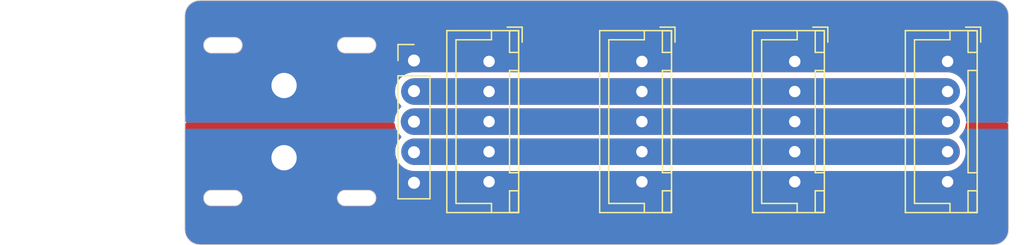
<source format=kicad_pcb>
(kicad_pcb (version 20221018) (generator pcbnew)
  (layers (0 "F.Cu" signal) (31 "B.Cu" signal) (34 "B.Paste" user) (35 "F.Paste" user) (36 "B.SilkS" user "B.Silkscreen") (37 "F.SilkS" user "F.Silkscreen") (38 "B.Mask" user) (39 "F.Mask" user) (44 "Edge.Cuts" user))
  (net 0 "")
  (net 1 "VCC")
  (net 2 "GND")
  (net 3 "/B4")
  (net 4 "/B3")
  (net 5 "/B2")
  (footprint "Connector_Wire:SolderWire-1.5sqmm_1x02_P6mm_D1.7mm_OD3mm" (layer "F.Cu") (at 99.805 120.11 -90)
    (fp_text reference "J1" hide)
    (fp_text value "Conn_01x02" hide)
    (pad "1" thru_hole roundrect (at 0 0 270) (size 3.1 3.1) (drill 2.1) (layers "*.Cu" "*.Mask") (roundrect_rratio 0.08064483871) (net 1 "VCC"))
    (pad "2" thru_hole circle (at 6 0 270) (size 3.1 3.1) (drill 2.1) (layers "*.Cu" "*.Mask") (net 2 "GND"))
  )
  (footprint "Connector_JST:JST_XH_B5B-XH-A_1x05_P2.50mm_Vertical" (layer "F.Cu") (at 116.84 118.11 -90)
    (fp_text reference "J2" hide)
    (fp_text value "Conn_01x05" hide)
    (fp_line (start -2.85 -2.75) (end -2.85 -1.5) (stroke (width 0.12)) (layer "F.SilkS"))
    (fp_line (start -2.56 -2.46) (end -2.56 3.51) (stroke (width 0.12)) (layer "F.SilkS"))
    (fp_line (start -2.56 3.51) (end 12.56 3.51) (stroke (width 0.12)) (layer "F.SilkS"))
    (fp_line (start -2.55 -2.45) (end -2.55 -1.7) (stroke (width 0.12)) (layer "F.SilkS"))
    (fp_line (start -2.55 -1.7) (end -0.75 -1.7) (stroke (width 0.12)) (layer "F.SilkS"))
    (fp_line (start -2.55 -0.2) (end -1.8 -0.2) (stroke (width 0.12)) (layer "F.SilkS"))
    (fp_line (start -1.8 -0.2) (end -1.8 2.75) (stroke (width 0.12)) (layer "F.SilkS"))
    (fp_line (start -1.8 2.75) (end 5 2.75) (stroke (width 0.12)) (layer "F.SilkS"))
    (fp_line (start -1.6 -2.75) (end -2.85 -2.75) (stroke (width 0.12)) (layer "F.SilkS"))
    (fp_line (start -0.75 -2.45) (end -2.55 -2.45) (stroke (width 0.12)) (layer "F.SilkS"))
    (fp_line (start -0.75 -1.7) (end -0.75 -2.45) (stroke (width 0.12)) (layer "F.SilkS"))
    (fp_line (start 0.75 -2.45) (end 0.75 -1.7) (stroke (width 0.12)) (layer "F.SilkS"))
    (fp_line (start 0.75 -1.7) (end 9.25 -1.7) (stroke (width 0.12)) (layer "F.SilkS"))
    (fp_line (start 9.25 -2.45) (end 0.75 -2.45) (stroke (width 0.12)) (layer "F.SilkS"))
    (fp_line (start 9.25 -1.7) (end 9.25 -2.45) (stroke (width 0.12)) (layer "F.SilkS"))
    (fp_line (start 10.75 -2.45) (end 10.75 -1.7) (stroke (width 0.12)) (layer "F.SilkS"))
    (fp_line (start 10.75 -1.7) (end 12.55 -1.7) (stroke (width 0.12)) (layer "F.SilkS"))
    (fp_line (start 11.8 -0.2) (end 11.8 2.75) (stroke (width 0.12)) (layer "F.SilkS"))
    (fp_line (start 11.8 2.75) (end 5 2.75) (stroke (width 0.12)) (layer "F.SilkS"))
    (fp_line (start 12.55 -2.45) (end 10.75 -2.45) (stroke (width 0.12)) (layer "F.SilkS"))
    (fp_line (start 12.55 -1.7) (end 12.55 -2.45) (stroke (width 0.12)) (layer "F.SilkS"))
    (fp_line (start 12.55 -0.2) (end 11.8 -0.2) (stroke (width 0.12)) (layer "F.SilkS"))
    (fp_line (start 12.56 -2.46) (end -2.56 -2.46) (stroke (width 0.12)) (layer "F.SilkS"))
    (fp_line (start 12.56 3.51) (end 12.56 -2.46) (stroke (width 0.12)) (layer "F.SilkS"))
    (pad "1" thru_hole roundrect (at 0 0 270) (size 1.7 1.95) (drill 0.95) (layers "*.Cu" "*.Mask") (roundrect_rratio 0.1470588235) (net 1 "VCC"))
    (pad "2" thru_hole oval (at 2.5 0 270) (size 1.7 1.95) (drill 0.95) (layers "*.Cu" "*.Mask") (net 5 "/B2"))
    (pad "3" thru_hole oval (at 5 0 270) (size 1.7 1.95) (drill 0.95) (layers "*.Cu" "*.Mask") (net 4 "/B3"))
    (pad "4" thru_hole oval (at 7.5 0 270) (size 1.7 1.95) (drill 0.95) (layers "*.Cu" "*.Mask") (net 3 "/B4"))
    (pad "5" thru_hole oval (at 10 0 270) (size 1.7 1.95) (drill 0.95) (layers "*.Cu" "*.Mask") (net 2 "GND"))
  )
  (footprint "Connector_JST:JST_XH_B5B-XH-A_1x05_P2.50mm_Vertical" (layer "F.Cu") (at 129.54 118.11 -90)
    (fp_text reference "J3" hide)
    (fp_text value "Conn_01x05" hide)
    (fp_line (start -2.85 -2.75) (end -2.85 -1.5) (stroke (width 0.12)) (layer "F.SilkS"))
    (fp_line (start -2.56 -2.46) (end -2.56 3.51) (stroke (width 0.12)) (layer "F.SilkS"))
    (fp_line (start -2.56 3.51) (end 12.56 3.51) (stroke (width 0.12)) (layer "F.SilkS"))
    (fp_line (start -2.55 -2.45) (end -2.55 -1.7) (stroke (width 0.12)) (layer "F.SilkS"))
    (fp_line (start -2.55 -1.7) (end -0.75 -1.7) (stroke (width 0.12)) (layer "F.SilkS"))
    (fp_line (start -2.55 -0.2) (end -1.8 -0.2) (stroke (width 0.12)) (layer "F.SilkS"))
    (fp_line (start -1.8 -0.2) (end -1.8 2.75) (stroke (width 0.12)) (layer "F.SilkS"))
    (fp_line (start -1.8 2.75) (end 5 2.75) (stroke (width 0.12)) (layer "F.SilkS"))
    (fp_line (start -1.6 -2.75) (end -2.85 -2.75) (stroke (width 0.12)) (layer "F.SilkS"))
    (fp_line (start -0.75 -2.45) (end -2.55 -2.45) (stroke (width 0.12)) (layer "F.SilkS"))
    (fp_line (start -0.75 -1.7) (end -0.75 -2.45) (stroke (width 0.12)) (layer "F.SilkS"))
    (fp_line (start 0.75 -2.45) (end 0.75 -1.7) (stroke (width 0.12)) (layer "F.SilkS"))
    (fp_line (start 0.75 -1.7) (end 9.25 -1.7) (stroke (width 0.12)) (layer "F.SilkS"))
    (fp_line (start 9.25 -2.45) (end 0.75 -2.45) (stroke (width 0.12)) (layer "F.SilkS"))
    (fp_line (start 9.25 -1.7) (end 9.25 -2.45) (stroke (width 0.12)) (layer "F.SilkS"))
    (fp_line (start 10.75 -2.45) (end 10.75 -1.7) (stroke (width 0.12)) (layer "F.SilkS"))
    (fp_line (start 10.75 -1.7) (end 12.55 -1.7) (stroke (width 0.12)) (layer "F.SilkS"))
    (fp_line (start 11.8 -0.2) (end 11.8 2.75) (stroke (width 0.12)) (layer "F.SilkS"))
    (fp_line (start 11.8 2.75) (end 5 2.75) (stroke (width 0.12)) (layer "F.SilkS"))
    (fp_line (start 12.55 -2.45) (end 10.75 -2.45) (stroke (width 0.12)) (layer "F.SilkS"))
    (fp_line (start 12.55 -1.7) (end 12.55 -2.45) (stroke (width 0.12)) (layer "F.SilkS"))
    (fp_line (start 12.55 -0.2) (end 11.8 -0.2) (stroke (width 0.12)) (layer "F.SilkS"))
    (fp_line (start 12.56 -2.46) (end -2.56 -2.46) (stroke (width 0.12)) (layer "F.SilkS"))
    (fp_line (start 12.56 3.51) (end 12.56 -2.46) (stroke (width 0.12)) (layer "F.SilkS"))
    (pad "1" thru_hole roundrect (at 0 0 270) (size 1.7 1.95) (drill 0.95) (layers "*.Cu" "*.Mask") (roundrect_rratio 0.1470588235) (net 1 "VCC"))
    (pad "2" thru_hole oval (at 2.5 0 270) (size 1.7 1.95) (drill 0.95) (layers "*.Cu" "*.Mask") (net 5 "/B2"))
    (pad "3" thru_hole oval (at 5 0 270) (size 1.7 1.95) (drill 0.95) (layers "*.Cu" "*.Mask") (net 4 "/B3"))
    (pad "4" thru_hole oval (at 7.5 0 270) (size 1.7 1.95) (drill 0.95) (layers "*.Cu" "*.Mask") (net 3 "/B4"))
    (pad "5" thru_hole oval (at 10 0 270) (size 1.7 1.95) (drill 0.95) (layers "*.Cu" "*.Mask") (net 2 "GND"))
  )
  (footprint "Connector_PinHeader_2.54mm:PinHeader_1x05_P2.54mm_Vertical" (layer "F.Cu") (at 110.6 118.035)
    (fp_text reference "J6" hide)
    (fp_text value "Conn_01x05" hide)
    (fp_line (start -1.33 -1.33) (end 0 -1.33) (stroke (width 0.12)) (layer "F.SilkS"))
    (fp_line (start -1.33 0) (end -1.33 -1.33) (stroke (width 0.12)) (layer "F.SilkS"))
    (fp_line (start -1.33 1.27) (end -1.33 11.49) (stroke (width 0.12)) (layer "F.SilkS"))
    (fp_line (start -1.33 1.27) (end 1.33 1.27) (stroke (width 0.12)) (layer "F.SilkS"))
    (fp_line (start -1.33 11.49) (end 1.33 11.49) (stroke (width 0.12)) (layer "F.SilkS"))
    (fp_line (start 1.33 1.27) (end 1.33 11.49) (stroke (width 0.12)) (layer "F.SilkS"))
    (pad "1" thru_hole rect (at 0 0) (size 1.7 1.7) (drill 1) (layers "*.Cu" "*.Mask") (net 1 "VCC"))
    (pad "2" thru_hole oval (at 0 2.54) (size 1.7 1.7) (drill 1) (layers "*.Cu" "*.Mask") (net 5 "/B2"))
    (pad "3" thru_hole oval (at 0 5.08) (size 1.7 1.7) (drill 1) (layers "*.Cu" "*.Mask") (net 4 "/B3"))
    (pad "4" thru_hole oval (at 0 7.62) (size 1.7 1.7) (drill 1) (layers "*.Cu" "*.Mask") (net 3 "/B4"))
    (pad "5" thru_hole oval (at 0 10.16) (size 1.7 1.7) (drill 1) (layers "*.Cu" "*.Mask") (net 2 "GND"))
  )
  (footprint "Connector_JST:JST_XH_B5B-XH-A_1x05_P2.50mm_Vertical" (layer "F.Cu") (at 142.24 118.11 -90)
    (fp_text reference "J9" hide)
    (fp_text value "Conn_01x05" hide)
    (fp_line (start -2.85 -2.75) (end -2.85 -1.5) (stroke (width 0.12)) (layer "F.SilkS"))
    (fp_line (start -2.56 -2.46) (end -2.56 3.51) (stroke (width 0.12)) (layer "F.SilkS"))
    (fp_line (start -2.56 3.51) (end 12.56 3.51) (stroke (width 0.12)) (layer "F.SilkS"))
    (fp_line (start -2.55 -2.45) (end -2.55 -1.7) (stroke (width 0.12)) (layer "F.SilkS"))
    (fp_line (start -2.55 -1.7) (end -0.75 -1.7) (stroke (width 0.12)) (layer "F.SilkS"))
    (fp_line (start -2.55 -0.2) (end -1.8 -0.2) (stroke (width 0.12)) (layer "F.SilkS"))
    (fp_line (start -1.8 -0.2) (end -1.8 2.75) (stroke (width 0.12)) (layer "F.SilkS"))
    (fp_line (start -1.8 2.75) (end 5 2.75) (stroke (width 0.12)) (layer "F.SilkS"))
    (fp_line (start -1.6 -2.75) (end -2.85 -2.75) (stroke (width 0.12)) (layer "F.SilkS"))
    (fp_line (start -0.75 -2.45) (end -2.55 -2.45) (stroke (width 0.12)) (layer "F.SilkS"))
    (fp_line (start -0.75 -1.7) (end -0.75 -2.45) (stroke (width 0.12)) (layer "F.SilkS"))
    (fp_line (start 0.75 -2.45) (end 0.75 -1.7) (stroke (width 0.12)) (layer "F.SilkS"))
    (fp_line (start 0.75 -1.7) (end 9.25 -1.7) (stroke (width 0.12)) (layer "F.SilkS"))
    (fp_line (start 9.25 -2.45) (end 0.75 -2.45) (stroke (width 0.12)) (layer "F.SilkS"))
    (fp_line (start 9.25 -1.7) (end 9.25 -2.45) (stroke (width 0.12)) (layer "F.SilkS"))
    (fp_line (start 10.75 -2.45) (end 10.75 -1.7) (stroke (width 0.12)) (layer "F.SilkS"))
    (fp_line (start 10.75 -1.7) (end 12.55 -1.7) (stroke (width 0.12)) (layer "F.SilkS"))
    (fp_line (start 11.8 -0.2) (end 11.8 2.75) (stroke (width 0.12)) (layer "F.SilkS"))
    (fp_line (start 11.8 2.75) (end 5 2.75) (stroke (width 0.12)) (layer "F.SilkS"))
    (fp_line (start 12.55 -2.45) (end 10.75 -2.45) (stroke (width 0.12)) (layer "F.SilkS"))
    (fp_line (start 12.55 -1.7) (end 12.55 -2.45) (stroke (width 0.12)) (layer "F.SilkS"))
    (fp_line (start 12.55 -0.2) (end 11.8 -0.2) (stroke (width 0.12)) (layer "F.SilkS"))
    (fp_line (start 12.56 -2.46) (end -2.56 -2.46) (stroke (width 0.12)) (layer "F.SilkS"))
    (fp_line (start 12.56 3.51) (end 12.56 -2.46) (stroke (width 0.12)) (layer "F.SilkS"))
    (pad "1" thru_hole roundrect (at 0 0 270) (size 1.7 1.95) (drill 0.95) (layers "*.Cu" "*.Mask") (roundrect_rratio 0.1470588235) (net 1 "VCC"))
    (pad "2" thru_hole oval (at 2.5 0 270) (size 1.7 1.95) (drill 0.95) (layers "*.Cu" "*.Mask") (net 5 "/B2"))
    (pad "3" thru_hole oval (at 5 0 270) (size 1.7 1.95) (drill 0.95) (layers "*.Cu" "*.Mask") (net 4 "/B3"))
    (pad "4" thru_hole oval (at 7.5 0 270) (size 1.7 1.95) (drill 0.95) (layers "*.Cu" "*.Mask") (net 3 "/B4"))
    (pad "5" thru_hole oval (at 10 0 270) (size 1.7 1.95) (drill 0.95) (layers "*.Cu" "*.Mask") (net 2 "GND"))
  )
  (footprint "Connector_JST:JST_XH_B5B-XH-A_1x05_P2.50mm_Vertical" (layer "F.Cu") (at 154.94 118.11 -90)
    (fp_text reference "J12" hide)
    (fp_text value "Conn_01x05" hide)
    (fp_line (start -2.85 -2.75) (end -2.85 -1.5) (stroke (width 0.12)) (layer "F.SilkS"))
    (fp_line (start -2.56 -2.46) (end -2.56 3.51) (stroke (width 0.12)) (layer "F.SilkS"))
    (fp_line (start -2.56 3.51) (end 12.56 3.51) (stroke (width 0.12)) (layer "F.SilkS"))
    (fp_line (start -2.55 -2.45) (end -2.55 -1.7) (stroke (width 0.12)) (layer "F.SilkS"))
    (fp_line (start -2.55 -1.7) (end -0.75 -1.7) (stroke (width 0.12)) (layer "F.SilkS"))
    (fp_line (start -2.55 -0.2) (end -1.8 -0.2) (stroke (width 0.12)) (layer "F.SilkS"))
    (fp_line (start -1.8 -0.2) (end -1.8 2.75) (stroke (width 0.12)) (layer "F.SilkS"))
    (fp_line (start -1.8 2.75) (end 5 2.75) (stroke (width 0.12)) (layer "F.SilkS"))
    (fp_line (start -1.6 -2.75) (end -2.85 -2.75) (stroke (width 0.12)) (layer "F.SilkS"))
    (fp_line (start -0.75 -2.45) (end -2.55 -2.45) (stroke (width 0.12)) (layer "F.SilkS"))
    (fp_line (start -0.75 -1.7) (end -0.75 -2.45) (stroke (width 0.12)) (layer "F.SilkS"))
    (fp_line (start 0.75 -2.45) (end 0.75 -1.7) (stroke (width 0.12)) (layer "F.SilkS"))
    (fp_line (start 0.75 -1.7) (end 9.25 -1.7) (stroke (width 0.12)) (layer "F.SilkS"))
    (fp_line (start 9.25 -2.45) (end 0.75 -2.45) (stroke (width 0.12)) (layer "F.SilkS"))
    (fp_line (start 9.25 -1.7) (end 9.25 -2.45) (stroke (width 0.12)) (layer "F.SilkS"))
    (fp_line (start 10.75 -2.45) (end 10.75 -1.7) (stroke (width 0.12)) (layer "F.SilkS"))
    (fp_line (start 10.75 -1.7) (end 12.55 -1.7) (stroke (width 0.12)) (layer "F.SilkS"))
    (fp_line (start 11.8 -0.2) (end 11.8 2.75) (stroke (width 0.12)) (layer "F.SilkS"))
    (fp_line (start 11.8 2.75) (end 5 2.75) (stroke (width 0.12)) (layer "F.SilkS"))
    (fp_line (start 12.55 -2.45) (end 10.75 -2.45) (stroke (width 0.12)) (layer "F.SilkS"))
    (fp_line (start 12.55 -1.7) (end 12.55 -2.45) (stroke (width 0.12)) (layer "F.SilkS"))
    (fp_line (start 12.55 -0.2) (end 11.8 -0.2) (stroke (width 0.12)) (layer "F.SilkS"))
    (fp_line (start 12.56 -2.46) (end -2.56 -2.46) (stroke (width 0.12)) (layer "F.SilkS"))
    (fp_line (start 12.56 3.51) (end 12.56 -2.46) (stroke (width 0.12)) (layer "F.SilkS"))
    (pad "1" thru_hole roundrect (at 0 0 270) (size 1.7 1.95) (drill 0.95) (layers "*.Cu" "*.Mask") (roundrect_rratio 0.1470588235) (net 1 "VCC"))
    (pad "2" thru_hole oval (at 2.5 0 270) (size 1.7 1.95) (drill 0.95) (layers "*.Cu" "*.Mask") (net 5 "/B2"))
    (pad "3" thru_hole oval (at 5 0 270) (size 1.7 1.95) (drill 0.95) (layers "*.Cu" "*.Mask") (net 4 "/B3"))
    (pad "4" thru_hole oval (at 7.5 0 270) (size 1.7 1.95) (drill 0.95) (layers "*.Cu" "*.Mask") (net 3 "/B4"))
    (pad "5" thru_hole oval (at 10 0 270) (size 1.7 1.95) (drill 0.95) (layers "*.Cu" "*.Mask") (net 2 "GND"))
  )
  (gr_arc (start 91.55 114.3) (mid 91.921974 113.401974) (end 92.82 113.03) (stroke (width 0.05)) (layer "Edge.Cuts"))
  (gr_arc (start 93.7725 130.095) (mid 93.1375 129.46) (end 93.7725 128.825) (stroke (width 0.05)) (layer "Edge.Cuts"))
  (gr_arc (start 104.885 130.095) (mid 104.25 129.46) (end 104.885 128.825) (stroke (width 0.05)) (layer "Edge.Cuts"))
  (gr_line (start 92.82 133.35) (end 158.75 133.35) (stroke (width 0.05)) (layer "Edge.Cuts"))
  (gr_line (start 95.6775 128.825) (end 93.7725 128.825) (stroke (width 0.05)) (layer "Edge.Cuts"))
  (gr_arc (start 160.02 132.08) (mid 159.648026 132.978026) (end 158.75 133.35) (stroke (width 0.05)) (layer "Edge.Cuts"))
  (gr_line (start 158.75 113.03) (end 92.82 113.03) (stroke (width 0.05)) (layer "Edge.Cuts"))
  (gr_arc (start 106.79 116.125) (mid 107.425 116.76) (end 106.79 117.395) (stroke (width 0.05)) (layer "Edge.Cuts"))
  (gr_arc (start 92.82 133.35) (mid 91.921974 132.978026) (end 91.55 132.08) (stroke (width 0.05)) (layer "Edge.Cuts"))
  (gr_arc (start 93.7725 117.395) (mid 93.1375 116.76) (end 93.7725 116.125) (stroke (width 0.05)) (layer "Edge.Cuts"))
  (gr_arc (start 95.6775 128.825) (mid 96.3125 129.46) (end 95.6775 130.095) (stroke (width 0.05)) (layer "Edge.Cuts"))
  (gr_arc (start 158.75 113.03) (mid 159.648026 113.401974) (end 160.02 114.3) (stroke (width 0.05)) (layer "Edge.Cuts"))
  (gr_line (start 95.6775 116.125) (end 93.7725 116.125) (stroke (width 0.05)) (layer "Edge.Cuts"))
  (gr_line (start 91.55 114.3) (end 91.55 132.08) (stroke (width 0.05)) (layer "Edge.Cuts"))
  (gr_line (start 104.885 117.395) (end 106.79 117.395) (stroke (width 0.05)) (layer "Edge.Cuts"))
  (gr_line (start 106.79 116.125) (end 104.885 116.125) (stroke (width 0.05)) (layer "Edge.Cuts"))
  (gr_arc (start 106.79 128.825) (mid 107.425 129.46) (end 106.79 130.095) (stroke (width 0.05)) (layer "Edge.Cuts"))
  (gr_line (start 160.02 132.08) (end 160.02 114.3) (stroke (width 0.05)) (layer "Edge.Cuts"))
  (gr_line (start 104.885 130.095) (end 106.79 130.095) (stroke (width 0.05)) (layer "Edge.Cuts"))
  (gr_line (start 93.7725 130.095) (end 95.6775 130.095) (stroke (width 0.05)) (layer "Edge.Cuts"))
  (gr_line (start 93.7725 117.395) (end 95.6775 117.395) (stroke (width 0.05)) (layer "Edge.Cuts"))
  (gr_arc (start 104.885 117.395) (mid 104.25 116.76) (end 104.885 116.125) (stroke (width 0.05)) (layer "Edge.Cuts"))
  (gr_line (start 106.79 128.825) (end 104.885 128.825) (stroke (width 0.05)) (layer "Edge.Cuts"))
  (gr_arc (start 95.6775 116.125) (mid 96.3125 116.76) (end 95.6775 117.395) (stroke (width 0.05)) (layer "Edge.Cuts"))
  (segment (start 154.86 125.61) (end 110.645 125.61) (width 2.2) (layer "F.Cu") (net 3))
  (segment (start 110.645 125.61) (end 154.82 125.61) (width 2.2) (layer "B.Cu") (net 3))
  (segment (start 110.605 123.11) (end 154.86 123.11) (width 2.2) (layer "F.Cu") (net 4))
  (segment (start 154.86 123.11) (end 110.605 123.11) (width 2.2) (layer "B.Cu") (net 4))
  (segment (start 110.635 120.61) (end 154.86 120.61) (width 2.2) (layer "F.Cu") (net 5))
  (segment (start 110.635 120.61) (end 154.86 120.61) (width 2.2) (layer "B.Cu") (net 5))
  (zone (net 1) (net_name "VCC") (layer "F.Cu") (connect_pads yes (clearance 0.508)) (min_thickness 0.254) (fill yes (thermal_gap 0.508) (thermal_bridge_width 0.508))
    (polygon (pts (xy 161.29 123.19) (xy 76.2 123.19) (xy 76.2 113.03) (xy 161.29 113.03)))
  )
  (zone (net 2) (net_name "GND") (layer "F.Cu") (connect_pads yes (clearance 0.508)) (min_thickness 0.254) (fill yes (thermal_gap 0.508) (thermal_bridge_width 0.508))
    (polygon (pts (xy 161.29 133.35) (xy 76.2 133.35) (xy 76.2 123.19) (xy 161.29 123.19)))
  )
  (zone (net 2) (net_name "GND") (layer "B.Cu") (connect_pads yes (clearance 0.508)) (min_thickness 0.254) (fill yes (thermal_gap 0.508) (thermal_bridge_width 0.508))
    (polygon (pts (xy 161.29 133.35) (xy 76.2 133.35) (xy 76.2 123.19) (xy 161.29 123.19)))
  )
  (zone (net 1) (net_name "VCC") (layer "B.Cu") (connect_pads yes (clearance 0.508)) (min_thickness 0.254) (fill yes (thermal_gap 0.508) (thermal_bridge_width 0.508))
    (polygon (pts (xy 161.29 123.19) (xy 76.2 123.19) (xy 76.2 113.03) (xy 161.29 113.03)))
  )
)
</source>
